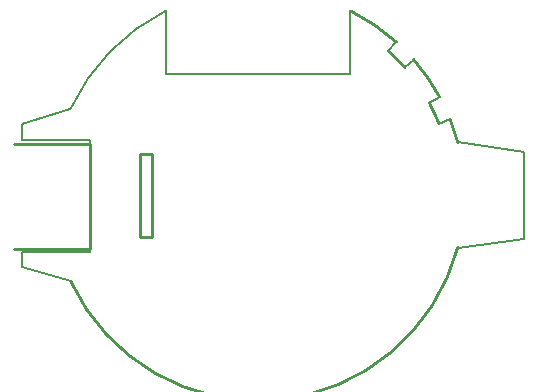
<source format=gko>
G04 Layer: BoardOutlineLayer*
G04 Panelize: , Column: 1, Row: 1, Board Size: 43.14mm x 33.02mm, Panelized Board Size: 43.14mm x 33.02mm*
G04 EasyEDA v6.5.42, 2024-05-16 10:06:30*
G04 7028ff2cb4d24ddea7bcc12f254d0658,9a4ed40c0dd746429eaf55b84663d2fb,10*
G04 Gerber Generator version 0.2*
G04 Scale: 100 percent, Rotated: No, Reflected: No *
G04 Dimensions in millimeters *
G04 leading zeros omitted , absolute positions ,4 integer and 5 decimal *
%FSLAX45Y45*%
%MOMM*%

%ADD10C,0.2032*%
%ADD11C,0.2030*%
%ADD12C,0.2134*%
%ADD13C,0.2540*%
D10*
X1987374Y305175D02*
G01*
X2546858Y374904D01*
X1077005Y1773918D02*
G01*
X1077005Y2308915D01*
X1467980Y2044423D02*
G01*
X1400997Y1970095D01*
X1613722Y1896602D02*
G01*
X1538996Y1830296D01*
X1834926Y1578924D02*
G01*
X1746897Y1532097D01*
X1922978Y1390954D02*
G01*
X1830595Y1352997D01*
X1986869Y1196040D02*
G01*
X2546858Y1113028D01*
X-1291503Y1481693D02*
G01*
X-1702625Y1348183D01*
X-1289984Y19512D02*
G01*
X-1702988Y140670D01*
D11*
X-1702983Y269999D02*
G01*
X-1702983Y140670D01*
X-1126319Y269999D02*
G01*
X-1702983Y269999D01*
X-1126319Y1214996D02*
G01*
X-1126319Y269999D01*
X-1702625Y1214996D02*
G01*
X-1126319Y1214996D01*
X-1702625Y1348183D02*
G01*
X-1702625Y1214996D01*
D10*
X2547002Y373898D02*
G01*
X2547002Y1113896D01*
X-702995Y393920D02*
G01*
X-702995Y1093919D01*
X-602995Y393920D02*
G01*
X-702995Y393920D01*
X-602995Y1093919D02*
G01*
X-702995Y1093919D01*
X-602995Y393920D02*
G01*
X-602995Y1093919D01*
X-482991Y1773918D02*
G01*
X1077005Y1773918D01*
X-482991Y1773918D02*
G01*
X-482991Y2308915D01*
G75*
G01*
X-482765Y2310587D02*
G03*
X-1289025Y1483502I779777J-1566664D01*
D12*
G75*
G01*
X1987367Y1196833D02*
G03*
X1922978Y1390955I-1690364J-452943D01*
G75*
G01*
X1830065Y1353977D02*
G03*
X1747045Y1531209I-1533069J-610071D01*
G75*
G01*
X1834926Y1578925D02*
G03*
X1613723Y1896603I-1537926J-835027D01*
G75*
G01*
X1467980Y2044423D02*
G03*
X1078309Y2309825I-1170977J-1300500D01*
G75*
G01*
X1538481Y1830733D02*
G03*
X1401064Y1970085I-1241495J-1086821D01*
G75*
G01*
X-1289050Y18542D02*
G03*
X1987352Y305189I1586035J739580D01*
D13*
X-1125402Y1186149D02*
G01*
X-1766971Y1186149D01*
X-1126916Y296263D02*
G01*
X-1766971Y296263D01*
X-1125049Y296151D02*
G01*
X-1125049Y1186149D01*
X-702995Y1093919D02*
G01*
X-602995Y1093919D01*
X-602995Y1093919D02*
G01*
X-602995Y393920D01*
X-602995Y393920D02*
G01*
X-702995Y393920D01*
X-702995Y393920D02*
G01*
X-702995Y1093919D01*
X-702995Y1093919D02*
G01*
X-702995Y1093919D01*

%LPD*%
M02*

</source>
